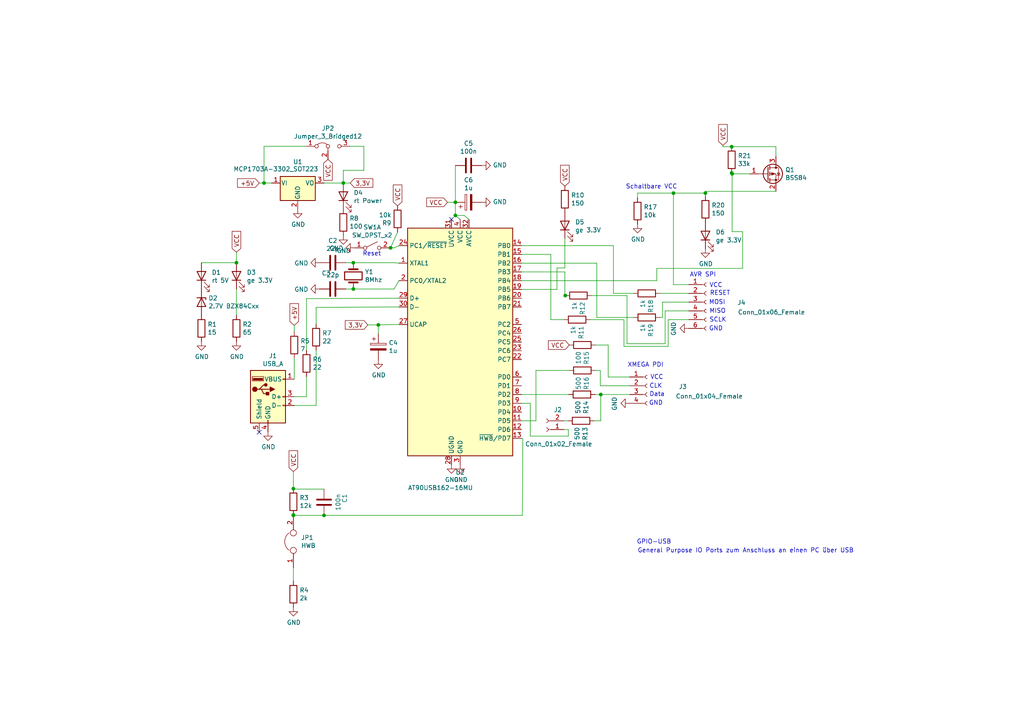
<source format=kicad_sch>
(kicad_sch (version 20211123) (generator eeschema)
  (paper "A4")
  (title_block (title "gpio-usb") (date "2019-06-21") (rev "1") (company "Thomas Maier <balagi@justmail.de> (c) 2013-2015") (comment 1 "Jan 2015 Umbau für 3.3 V und PDI für XMEGA") (comment 2 "Nov 2013 Erste Version mit SPI"))
  (lib_symbols
    (symbol "Connector:Conn_01x02_Female" (pin_names (offset 1.016) hide)
      (property "Reference" "J" (at 0 2.54 0))
      (property "Value" "Conn_01x02_Female" (at 0 -5.08 0))
      (symbol "Conn_01x02_Female_1_1"
        (arc (start 0 -2.032) (mid -0.508 -2.54) (end 0 -3.048) (stroke (width 0.1524)))
        (polyline (pts (xy -1.27 -2.54) (xy -0.508 -2.54)) (stroke (width 0.1524)))
        (polyline (pts (xy -1.27 0) (xy -0.508 0)) (stroke (width 0.1524)))
        (arc (start 0 0.508) (mid -0.508 0) (end 0 -0.508) (stroke (width 0.1524)))
        (pin passive line (at -5.08 0 0) (length 3.81) (name "Pin_1") (number "1"))
        (pin passive line (at -5.08 -2.54 0) (length 3.81) (name "Pin_2") (number "2"))
      )
    )
    (symbol "Connector:Conn_01x04_Female" (pin_names (offset 1.016) hide)
      (property "Reference" "J" (at 0 5.08 0))
      (property "Value" "Conn_01x04_Female" (at 0 -7.62 0))
      (symbol "Conn_01x04_Female_1_1"
        (arc (start 0 -4.572) (mid -0.508 -5.08) (end 0 -5.588) (stroke (width 0.1524)))
        (arc (start 0 -2.032) (mid -0.508 -2.54) (end 0 -3.048) (stroke (width 0.1524)))
        (polyline (pts (xy -1.27 -5.08) (xy -0.508 -5.08)) (stroke (width 0.1524)))
        (polyline (pts (xy -1.27 -2.54) (xy -0.508 -2.54)) (stroke (width 0.1524)))
        (polyline (pts (xy -1.27 0) (xy -0.508 0)) (stroke (width 0.1524)))
        (polyline (pts (xy -1.27 2.54) (xy -0.508 2.54)) (stroke (width 0.1524)))
        (arc (start 0 0.508) (mid -0.508 0) (end 0 -0.508) (stroke (width 0.1524)))
        (arc (start 0 3.048) (mid -0.508 2.54) (end 0 2.032) (stroke (width 0.1524)))
        (pin passive line (at -5.08 2.54 0) (length 3.81) (name "Pin_1") (number "1"))
        (pin passive line (at -5.08 0 0) (length 3.81) (name "Pin_2") (number "2"))
        (pin passive line (at -5.08 -2.54 0) (length 3.81) (name "Pin_3") (number "3"))
        (pin passive line (at -5.08 -5.08 0) (length 3.81) (name "Pin_4") (number "4"))
      )
    )
    (symbol "Connector:Conn_01x06_Female" (pin_names (offset 1.016) hide)
      (property "Reference" "J" (at 0 7.62 0))
      (property "Value" "Conn_01x06_Female" (at 0 -10.16 0))
      (symbol "Conn_01x06_Female_1_1"
        (arc (start 0 -7.112) (mid -0.508 -7.62) (end 0 -8.128) (stroke (width 0.1524)))
        (arc (start 0 -4.572) (mid -0.508 -5.08) (end 0 -5.588) (stroke (width 0.1524)))
        (arc (start 0 -2.032) (mid -0.508 -2.54) (end 0 -3.048) (stroke (width 0.1524)))
        (polyline (pts (xy -1.27 -7.62) (xy -0.508 -7.62)) (stroke (width 0.1524)))
        (polyline (pts (xy -1.27 -5.08) (xy -0.508 -5.08)) (stroke (width 0.1524)))
        (polyline (pts (xy -1.27 -2.54) (xy -0.508 -2.54)) (stroke (width 0.1524)))
        (polyline (pts (xy -1.27 0) (xy -0.508 0)) (stroke (width 0.1524)))
        (polyline (pts (xy -1.27 2.54) (xy -0.508 2.54)) (stroke (width 0.1524)))
        (polyline (pts (xy -1.27 5.08) (xy -0.508 5.08)) (stroke (width 0.1524)))
        (arc (start 0 0.508) (mid -0.508 0) (end 0 -0.508) (stroke (width 0.1524)))
        (arc (start 0 3.048) (mid -0.508 2.54) (end 0 2.032) (stroke (width 0.1524)))
        (arc (start 0 5.588) (mid -0.508 5.08) (end 0 4.572) (stroke (width 0.1524)))
        (pin passive line (at -5.08 5.08 0) (length 3.81) (name "Pin_1") (number "1"))
        (pin passive line (at -5.08 2.54 0) (length 3.81) (name "Pin_2") (number "2"))
        (pin passive line (at -5.08 0 0) (length 3.81) (name "Pin_3") (number "3"))
        (pin passive line (at -5.08 -2.54 0) (length 3.81) (name "Pin_4") (number "4"))
        (pin passive line (at -5.08 -5.08 0) (length 3.81) (name "Pin_5") (number "5"))
        (pin passive line (at -5.08 -7.62 0) (length 3.81) (name "Pin_6") (number "6"))
      )
    )
    (symbol "Connector:USB_A" (pin_names (offset 1.016))
      (property "Reference" "J" (at -5.08 11.43 0))
      (property "Value" "USB_A" (at -5.08 8.89 0))
      (symbol "USB_A_0_1"
        (rectangle (start -5.08 -7.62) (end 5.08 7.62) (stroke (width 0.254)) (fill (type background)))
        (circle (center -3.81 2.159) (radius 0.635) (stroke (width 0.254)) (fill (type outline)))
        (rectangle (start -1.524 4.826) (end -4.318 5.334) (fill (type outline)))
        (rectangle (start -1.27 4.572) (end -4.572 5.842))
        (circle (center -0.635 3.429) (radius 0.381) (stroke (width 0.254)) (fill (type outline)))
        (rectangle (start -0.127 -7.62) (end 0.127 -6.858))
        (polyline (pts (xy -3.175 2.159) (xy -2.54 2.159) (xy -1.27 3.429) (xy -0.635 3.429)) (stroke (width 0.254)))
        (polyline (pts (xy -2.54 2.159) (xy -1.905 2.159) (xy -1.27 0.889) (xy 0 0.889)) (stroke (width 0.254)))
        (polyline (pts (xy 0.635 2.794) (xy 0.635 1.524) (xy 1.905 2.159) (xy 0.635 2.794)) (stroke (width 0.254)) (fill (type outline)))
        (rectangle (start 0.254 1.27) (end -0.508 0.508) (stroke (width 0.254)) (fill (type outline)))
        (rectangle (start 5.08 -2.667) (end 4.318 -2.413))
        (rectangle (start 5.08 -0.127) (end 4.318 0.127))
        (rectangle (start 5.08 4.953) (end 4.318 5.207))
      )
      (symbol "USB_A_1_1"
        (polyline (pts (xy -1.905 2.159) (xy 0.635 2.159)) (stroke (width 0.254)))
        (pin power_in line (at 7.62 5.08 180) (length 2.54) (name "VBUS") (number "1"))
        (pin bidirectional line (at 7.62 -2.54 180) (length 2.54) (name "D-") (number "2"))
        (pin bidirectional line (at 7.62 0 180) (length 2.54) (name "D+") (number "3"))
        (pin power_in line (at 0 -10.16 90) (length 2.54) (name "GND") (number "4"))
        (pin passive line (at -2.54 -10.16 90) (length 2.54) (name "Shield") (number "5"))
      )
    )
    (symbol "Device:C" (pin_numbers hide) (pin_names (offset 0.254))
      (property "Reference" "C" (at 0.635 2.54 0))
      (property "Value" "C" (at 0.635 -2.54 0))
      (symbol "C_0_1"
        (polyline (pts (xy -2.032 -0.762) (xy 2.032 -0.762)) (stroke (width 0.508)))
        (polyline (pts (xy -2.032 0.762) (xy 2.032 0.762)) (stroke (width 0.508)))
      )
      (symbol "C_1_1"
        (pin passive line (at 0 3.81 270) (length 2.794) (name "~") (number "1"))
        (pin passive line (at 0 -3.81 90) (length 2.794) (name "~") (number "2"))
      )
    )
    (symbol "Device:CP" (pin_numbers hide) (pin_names (offset 0.254))
      (property "Reference" "C" (at 0.635 2.54 0))
      (property "Value" "Device_CP" (at 0.635 -2.54 0))
      (symbol "CP_0_1"
        (rectangle (start -2.286 0.508) (end 2.286 1.016))
        (polyline (pts (xy -1.778 2.286) (xy -0.762 2.286)))
        (polyline (pts (xy -1.27 2.794) (xy -1.27 1.778)))
        (rectangle (start 2.286 -0.508) (end -2.286 -1.016) (fill (type outline)))
      )
      (symbol "CP_1_1"
        (pin passive line (at 0 3.81 270) (length 2.794) (name "~") (number "1"))
        (pin passive line (at 0 -3.81 90) (length 2.794) (name "~") (number "2"))
      )
    )
    (symbol "Device:Crystal" (pin_numbers hide) (pin_names (offset 1.016) hide)
      (property "Reference" "Y" (at 0 3.81 0))
      (property "Value" "Crystal" (at 0 -3.81 0))
      (symbol "Crystal_0_1"
        (rectangle (start -1.143 2.54) (end 1.143 -2.54) (stroke (width 0.3048)))
        (polyline (pts (xy -2.54 0) (xy -1.905 0)))
        (polyline (pts (xy -1.905 -1.27) (xy -1.905 1.27)) (stroke (width 0.508)))
        (polyline (pts (xy 1.905 -1.27) (xy 1.905 1.27)) (stroke (width 0.508)))
        (polyline (pts (xy 2.54 0) (xy 1.905 0)))
      )
      (symbol "Crystal_1_1"
        (pin passive line (at -3.81 0 0) (length 1.27) (name "1") (number "1"))
        (pin passive line (at 3.81 0 180) (length 1.27) (name "2") (number "2"))
      )
    )
    (symbol "Device:Jumper" (pin_names (offset 0.762) hide)
      (property "Reference" "JP" (at 0 3.81 0))
      (property "Value" "Device_Jumper" (at 0 -2.032 0))
      (symbol "Jumper_0_1"
        (circle (center -2.54 0) (radius 0.889))
        (arc (start 2.5146 1.27) (mid 0.0078 2.5097) (end -2.4892 1.27))
        (circle (center 2.54 0) (radius 0.889))
        (pin passive line (at -7.62 0 0) (length 4.191) (name "1") (number "1"))
        (pin passive line (at 7.62 0 180) (length 4.191) (name "2") (number "2"))
      )
    )
    (symbol "Device:LED" (pin_numbers hide) (pin_names (offset 1.016) hide)
      (property "Reference" "D" (at 0 2.54 0))
      (property "Value" "LED" (at 0 -2.54 0))
      (symbol "LED_0_1"
        (polyline (pts (xy -1.27 -1.27) (xy -1.27 1.27)) (stroke (width 0.254)))
        (polyline (pts (xy -1.27 0) (xy 1.27 0)))
        (polyline (pts (xy 1.27 -1.27) (xy 1.27 1.27) (xy -1.27 0) (xy 1.27 -1.27)) (stroke (width 0.254)))
        (polyline (pts (xy -3.048 -0.762) (xy -4.572 -2.286) (xy -3.81 -2.286) (xy -4.572 -2.286) (xy -4.572 -1.524)))
        (polyline (pts (xy -1.778 -0.762) (xy -3.302 -2.286) (xy -2.54 -2.286) (xy -3.302 -2.286) (xy -3.302 -1.524)))
      )
      (symbol "LED_1_1"
        (pin passive line (at -3.81 0 0) (length 2.54) (name "K") (number "1"))
        (pin passive line (at 3.81 0 180) (length 2.54) (name "A") (number "2"))
      )
    )
    (symbol "Device:R" (pin_numbers hide) (pin_names (offset 0))
      (property "Reference" "R" (at 2.032 0 90))
      (property "Value" "R" (at 0 0 90))
      (symbol "R_0_1"
        (rectangle (start -1.016 -2.54) (end 1.016 2.54) (stroke (width 0.254)))
      )
      (symbol "R_1_1"
        (pin passive line (at 0 3.81 270) (length 1.27) (name "~") (number "1"))
        (pin passive line (at 0 -3.81 90) (length 1.27) (name "~") (number "2"))
      )
    )
    (symbol "Diode:BZX84Cxx" (pin_numbers hide) (pin_names hide)
      (property "Reference" "D" (at 0 3.81 0))
      (property "Value" "BZX84Cxx" (at 0 -3.81 0))
      (symbol "BZX84Cxx_0_1"
        (polyline (pts (xy 1.27 0) (xy -1.27 0)))
        (polyline (pts (xy -1.27 -1.27) (xy -1.27 1.27) (xy -0.762 1.27)) (stroke (width 0.254)))
        (polyline (pts (xy 1.27 -1.27) (xy 1.27 1.27) (xy -1.27 0) (xy 1.27 -1.27)) (stroke (width 0.254)))
      )
      (symbol "BZX84Cxx_1_1"
        (pin passive line (at 3.81 0 180) (length 2.54) (name "A") (number "1"))
        (pin no_connect line (at 1.27 0 180) (length 2.54) hide (name "NC") (number "2"))
        (pin passive line (at -3.81 0 0) (length 2.54) (name "K") (number "3"))
      )
    )
    (symbol "Jumper:Jumper_3_Bridged12" (pin_names (offset 0) hide)
      (property "Reference" "JP" (at -2.54 -2.54 0))
      (property "Value" "Jumper_3_Bridged12" (at 0 2.794 0))
      (symbol "Jumper_3_Bridged12_0_0"
        (circle (center -3.302 0) (radius 0.508))
        (circle (center 0 0) (radius 0.508))
        (circle (center 3.302 0) (radius 0.508))
      )
      (symbol "Jumper_3_Bridged12_0_1"
        (arc (start -0.254 0.508) (mid -1.651 0.9912) (end -3.048 0.508))
        (polyline (pts (xy 0 -1.27) (xy 0 -0.508)))
      )
      (symbol "Jumper_3_Bridged12_1_1"
        (pin passive line (at -6.35 0 0) (length 2.54) (name "A") (number "1"))
        (pin passive line (at 0 -3.81 90) (length 2.54) (name "C") (number "2"))
        (pin passive line (at 6.35 0 180) (length 2.54) (name "B") (number "3"))
      )
    )
    (symbol "MCU_Microchip_AVR:AT90USB162-16MU"
      (property "Reference" "U" (at -15.24 34.29 0))
      (property "Value" "MCU_Microchip_AVR_AT90USB162-16MU" (at 2.54 -34.29 0))
      (symbol "AT90USB162-16MU_0_1"
        (rectangle (start -15.24 -33.02) (end 15.24 33.02) (stroke (width 0.254)) (fill (type background)))
      )
      (symbol "AT90USB162-16MU_1_1"
        (pin input line (at -17.78 22.86 0) (length 2.54) (name "XTAL1") (number "1"))
        (pin bidirectional line (at 17.78 -20.32 180) (length 2.54) (name "PD4") (number "10"))
        (pin bidirectional line (at 17.78 -22.86 180) (length 2.54) (name "PD5") (number "11"))
        (pin bidirectional line (at 17.78 -25.4 180) (length 2.54) (name "PD6") (number "12"))
        (pin bidirectional line (at 17.78 -27.94 180) (length 2.54) (name "~{HWB}/PD7") (number "13"))
        (pin bidirectional line (at 17.78 27.94 180) (length 2.54) (name "PB0") (number "14"))
        (pin bidirectional line (at 17.78 25.4 180) (length 2.54) (name "PB1") (number "15"))
        (pin bidirectional line (at 17.78 22.86 180) (length 2.54) (name "PB2") (number "16"))
        (pin bidirectional line (at 17.78 20.32 180) (length 2.54) (name "PB3") (number "17"))
        (pin bidirectional line (at 17.78 17.78 180) (length 2.54) (name "PB4") (number "18"))
        (pin bidirectional line (at 17.78 15.24 180) (length 2.54) (name "PB5") (number "19"))
        (pin bidirectional line (at -17.78 17.78 0) (length 2.54) (name "PC0/XTAL2") (number "2"))
        (pin bidirectional line (at 17.78 12.7 180) (length 2.54) (name "PB6") (number "20"))
        (pin bidirectional line (at 17.78 10.16 180) (length 2.54) (name "PB7") (number "21"))
        (pin bidirectional line (at 17.78 -5.08 180) (length 2.54) (name "PC7") (number "22"))
        (pin bidirectional line (at 17.78 -2.54 180) (length 2.54) (name "PC6") (number "23"))
        (pin bidirectional line (at -17.78 27.94 0) (length 2.54) (name "PC1/~{RESET}") (number "24"))
        (pin bidirectional line (at 17.78 0 180) (length 2.54) (name "PC5") (number "25"))
        (pin bidirectional line (at 17.78 2.54 180) (length 2.54) (name "PC4") (number "26"))
        (pin passive line (at -17.78 5.08 0) (length 2.54) (name "UCAP") (number "27"))
        (pin power_in line (at -2.54 -35.56 90) (length 2.54) (name "UGND") (number "28"))
        (pin bidirectional line (at -17.78 12.7 0) (length 2.54) (name "D+") (number "29"))
        (pin power_in line (at 0 -35.56 90) (length 2.54) (name "GND") (number "3"))
        (pin bidirectional line (at -17.78 10.16 0) (length 2.54) (name "D-") (number "30"))
        (pin power_in line (at -2.54 35.56 270) (length 2.54) (name "UVCC") (number "31"))
        (pin power_in line (at 2.54 35.56 270) (length 2.54) (name "AVCC") (number "32"))
        (pin passive line (at 0 -35.56 90) (length 2.54) hide (name "GND") (number "33"))
        (pin power_in line (at 0 35.56 270) (length 2.54) (name "VCC") (number "4"))
        (pin bidirectional line (at 17.78 5.08 180) (length 2.54) (name "PC2") (number "5"))
        (pin bidirectional line (at 17.78 -10.16 180) (length 2.54) (name "PD0") (number "6"))
        (pin bidirectional line (at 17.78 -12.7 180) (length 2.54) (name "PD1") (number "7"))
        (pin bidirectional line (at 17.78 -15.24 180) (length 2.54) (name "PD2") (number "8"))
        (pin bidirectional line (at 17.78 -17.78 180) (length 2.54) (name "PD3") (number "9"))
      )
    )
    (symbol "Regulator_Linear:MCP1703A-3302_SOT223" (pin_names (offset 0.254))
      (property "Reference" "U" (at -3.81 3.175 0))
      (property "Value" "MCP1703A-3302_SOT223" (at 0 3.175 0))
      (symbol "MCP1703A-3302_SOT223_0_1"
        (rectangle (start -5.08 -5.08) (end 5.08 1.905) (stroke (width 0.254)) (fill (type background)))
      )
      (symbol "MCP1703A-3302_SOT223_1_1"
        (pin power_in line (at -7.62 0 0) (length 2.54) (name "VI") (number "1"))
        (pin power_in line (at 0 -7.62 90) (length 2.54) (name "GND") (number "2"))
        (pin power_out line (at 7.62 0 180) (length 2.54) (name "VO") (number "3"))
      )
    )
    (symbol "Transistor_FET:BSS84" (pin_names hide)
      (property "Reference" "Q" (at 5.08 1.905 0))
      (property "Value" "BSS84" (at 5.08 0 0))
      (symbol "BSS84_0_1"
        (polyline (pts (xy 0.254 0) (xy -2.54 0)))
        (polyline (pts (xy 0.254 1.905) (xy 0.254 -1.905)) (stroke (width 0.254)))
        (polyline (pts (xy 0.762 -1.27) (xy 0.762 -2.286)) (stroke (width 0.254)))
        (polyline (pts (xy 0.762 0.508) (xy 0.762 -0.508)) (stroke (width 0.254)))
        (polyline (pts (xy 0.762 2.286) (xy 0.762 1.27)) (stroke (width 0.254)))
        (polyline (pts (xy 2.54 2.54) (xy 2.54 1.778)))
        (polyline (pts (xy 2.54 -2.54) (xy 2.54 0) (xy 0.762 0)))
        (polyline (pts (xy 0.762 1.778) (xy 3.302 1.778) (xy 3.302 -1.778) (xy 0.762 -1.778)))
        (polyline (pts (xy 2.286 0) (xy 1.27 0.381) (xy 1.27 -0.381) (xy 2.286 0)) (fill (type outline)))
        (polyline (pts (xy 2.794 -0.508) (xy 2.921 -0.381) (xy 3.683 -0.381) (xy 3.81 -0.254)))
        (polyline (pts (xy 3.302 -0.381) (xy 2.921 0.254) (xy 3.683 0.254) (xy 3.302 -0.381)))
        (circle (center 1.651 0) (radius 2.794) (stroke (width 0.254)))
        (circle (center 2.54 -1.778) (radius 0.254) (fill (type outline)))
        (circle (center 2.54 1.778) (radius 0.254) (fill (type outline)))
      )
      (symbol "BSS84_1_1"
        (pin input line (at -5.08 0 0) (length 2.54) (name "G") (number "1"))
        (pin passive line (at 2.54 -5.08 90) (length 2.54) (name "S") (number "2"))
        (pin passive line (at 2.54 5.08 270) (length 2.54) (name "D") (number "3"))
      )
    )
    (symbol "gpio-usb-rescue:SW_DPST_x2-Switch" (pin_names (offset 0) hide)
      (property "Reference" "SW" (at 0 3.175 0))
      (property "Value" "SW_DPST_x2-Switch" (at 0 -2.54 0))
      (symbol "SW_DPST_x2-Switch_0_0"
        (circle (center -2.032 0) (radius 0.508))
        (polyline (pts (xy -1.524 0.254) (xy 1.524 1.778)))
        (circle (center 2.032 0) (radius 0.508))
      )
      (symbol "SW_DPST_x2-Switch_1_1"
        (pin passive line (at -5.08 0 0) (length 2.54) (name "A") (number "1"))
        (pin passive line (at 5.08 0 180) (length 2.54) (name "B") (number "2"))
      )
      (symbol "SW_DPST_x2-Switch_2_1"
        (pin input line (at -5.08 0 0) (length 2.54) (name "A") (number "3"))
        (pin input line (at 5.08 0 180) (length 2.54) (name "B") (number "4"))
      )
    )
    (symbol "power:GND" (power) (pin_names (offset 0))
      (property "Value" "GND" (at 0 -3.81 0))
      (symbol "GND_0_1"
        (polyline (pts (xy 0 0) (xy 0 -1.27) (xy 1.27 -1.27) (xy 0 -2.54) (xy -1.27 -1.27) (xy 0 -1.27)))
      )
      (symbol "GND_1_1"
        (pin power_in line (at 0 0 270) (length 0) hide (name "GND") (number "1"))
      )
    )
  )
  (junction (at 85.09 149.479))
  (junction (at 204.597 56.007))
  (junction (at 85.09 141.732))
  (junction (at 132.08 58.674))
  (junction (at 212.217 42.545))
  (junction (at 163.957 85.725))
  (junction (at 68.58 76.2))
  (junction (at 113.284 71.882))
  (junction (at 132.08 62.484))
  (junction (at 102.489 83.82))
  (junction (at 102.489 76.2))
  (junction (at 76.581 53.086))
  (junction (at 212.217 50.165))
  (junction (at 195.326 56.007))
  (junction (at 212.344 50.419))
  (junction (at 174.244 114.427))
  (junction (at 99.568 53.086))
  (junction (at 85.09 149.352))
  (junction (at 109.728 94.234))
  (junction (at 93.98 149.479))
  (no_connect (at 75.184 125.349))
  (no_connect (at 130.937 63.627))
  (wire (pts (xy 99.568 49.403) (xy 105.537 49.403)))
  (wire (pts (xy 192.151 92.075) (xy 192.151 87.63)))
  (wire (pts (xy 99.568 53.086) (xy 93.98 53.086)))
  (wire (pts (xy 173.101 76.327) (xy 151.257 76.327)))
  (wire (pts (xy 105.537 42.418) (xy 101.473 42.418)))
  (wire (pts (xy 182.626 109.347) (xy 176.403 109.347)))
  (wire (pts (xy 68.58 76.2) (xy 68.58 73.152)))
  (wire (pts (xy 176.403 109.347) (xy 176.403 100.076)))
  (wire (pts (xy 93.98 149.479) (xy 85.09 149.479)))
  (wire (pts (xy 181.864 99.695) (xy 192.913 99.695)))
  (wire (pts (xy 88.9 86.614) (xy 88.9 101.6)))
  (wire (pts (xy 174.117 111.887) (xy 174.117 107.442)))
  (wire (pts (xy 91.694 117.602) (xy 91.694 101.6)))
  (wire (pts (xy 85.09 141.859) (xy 85.09 141.732)))
  (wire (pts (xy 151.638 127.254) (xy 151.257 127.127)))
  (wire (pts (xy 114.3 76.2) (xy 115.697 76.327)))
  (wire (pts (xy 75.184 53.086) (xy 76.581 53.086)))
  (wire (pts (xy 180.975 100.457) (xy 193.802 100.457)))
  (wire (pts (xy 134.62 62.484) (xy 132.08 62.484)))
  (wire (pts (xy 115.697 81.407) (xy 114.3 83.82)))
  (wire (pts (xy 114.3 71.882) (xy 115.697 71.247)))
  (wire (pts (xy 215.392 77.851) (xy 190.5 77.851)))
  (wire (pts (xy 155.448 107.442) (xy 155.448 122.047)))
  (wire (pts (xy 204.597 56.007) (xy 204.597 55.499)))
  (wire (pts (xy 177.927 71.247) (xy 177.927 85.09)))
  (wire (pts (xy 212.344 50.165) (xy 212.217 50.165)))
  (wire (pts (xy 161.544 83.947) (xy 151.257 83.947)))
  (wire (pts (xy 212.344 50.165) (xy 212.344 50.419)))
  (wire (pts (xy 171.196 92.71) (xy 180.975 92.71)))
  (wire (pts (xy 163.83 69.215) (xy 163.83 77.724)))
  (wire (pts (xy 193.802 100.457) (xy 193.802 92.71)))
  (wire (pts (xy 113.03 71.882) (xy 113.284 71.882)))
  (wire (pts (xy 165.1 107.442) (xy 155.448 107.442)))
  (wire (pts (xy 212.344 50.419) (xy 212.344 67.183)))
  (wire (pts (xy 225.044 45.339) (xy 225.044 42.545)))
  (wire (pts (xy 85.09 168.529) (xy 85.09 164.719)))
  (wire (pts (xy 191.389 92.075) (xy 192.151 92.075)))
  (wire (pts (xy 85.344 96.266) (xy 85.344 94.361)))
  (wire (pts (xy 115.697 86.487) (xy 88.9 86.614)))
  (wire (pts (xy 102.489 76.2) (xy 114.3 76.2)))
  (wire (pts (xy 109.728 94.234) (xy 106.68 94.234)))
  (wire (pts (xy 105.537 42.418) (xy 105.537 49.403)))
  (wire (pts (xy 100.33 76.2) (xy 102.489 76.2)))
  (wire (pts (xy 115.697 94.107) (xy 109.728 94.234)))
  (wire (pts (xy 215.392 67.183) (xy 215.392 77.851)))
  (wire (pts (xy 209.677 42.545) (xy 209.677 42.164)))
  (wire (pts (xy 68.58 83.82) (xy 68.58 91.44)))
  (wire (pts (xy 195.326 82.55) (xy 195.326 56.007)))
  (wire (pts (xy 180.975 92.71) (xy 180.975 100.457)))
  (wire (pts (xy 159.766 92.71) (xy 159.766 73.787)))
  (wire (pts (xy 100.33 83.82) (xy 102.489 83.82)))
  (wire (pts (xy 153.797 116.967) (xy 151.257 116.967)))
  (wire (pts (xy 183.769 92.075) (xy 173.101 92.075)))
  (wire (pts (xy 76.581 53.086) (xy 78.74 53.086)))
  (wire (pts (xy 174.244 122.047) (xy 174.244 114.427)))
  (wire (pts (xy 195.326 56.007) (xy 204.597 56.007)))
  (wire (pts (xy 192.913 99.695) (xy 192.913 90.17)))
  (wire (pts (xy 204.597 56.896) (xy 204.597 56.007)))
  (wire (pts (xy 212.217 42.545) (xy 209.677 42.545)))
  (wire (pts (xy 217.424 50.419) (xy 212.344 50.419)))
  (wire (pts (xy 199.771 82.55) (xy 195.326 82.55)))
  (wire (pts (xy 159.766 73.787) (xy 151.257 73.787)))
  (wire (pts (xy 192.913 90.17) (xy 199.771 90.17)))
  (wire (pts (xy 58.42 76.2) (xy 68.58 76.2)))
  (wire (pts (xy 85.09 149.479) (xy 85.09 149.352)))
  (wire (pts (xy 101.6 53.086) (xy 99.568 53.086)))
  (wire (pts (xy 132.08 58.674) (xy 132.08 62.484)))
  (wire (pts (xy 164.973 114.427) (xy 151.257 114.427)))
  (wire (pts (xy 163.576 124.587) (xy 164.846 124.587)))
  (wire (pts (xy 93.98 149.479) (xy 151.511 149.479)))
  (wire (pts (xy 184.912 57.404) (xy 184.912 56.007)))
  (wire (pts (xy 85.344 117.602) (xy 91.694 117.602)))
  (wire (pts (xy 181.864 85.725) (xy 181.864 99.695)))
  (wire (pts (xy 99.568 53.086) (xy 99.568 49.403)))
  (wire (pts (xy 212.344 67.183) (xy 215.392 67.183)))
  (wire (pts (xy 163.576 92.71) (xy 159.766 92.71)))
  (wire (pts (xy 88.773 42.418) (xy 76.581 42.418)))
  (wire (pts (xy 173.101 92.075) (xy 173.101 76.327)))
  (wire (pts (xy 171.577 85.725) (xy 181.864 85.725)))
  (wire (pts (xy 163.83 78.867) (xy 151.257 78.867)))
  (wire (pts (xy 164.846 124.587) (xy 164.846 126.492)))
  (wire (pts (xy 115.316 67.31) (xy 113.284 71.882)))
  (wire (pts (xy 153.797 126.492) (xy 153.797 116.967)))
  (wire (pts (xy 182.626 111.887) (xy 174.117 111.887)))
  (wire (pts (xy 136.017 63.627) (xy 134.62 62.484)))
  (wire (pts (xy 132.08 48.006) (xy 132.08 58.674)))
  (wire (pts (xy 190.5 81.407) (xy 151.257 81.407)))
  (wire (pts (xy 155.448 122.047) (xy 151.257 122.047)))
  (wire (pts (xy 191.389 85.09) (xy 199.771 85.09)))
  (wire (pts (xy 109.728 94.234) (xy 109.728 96.774)))
  (wire (pts (xy 172.593 114.427) (xy 174.244 114.427)))
  (wire (pts (xy 174.244 114.427) (xy 182.626 114.427)))
  (wire (pts (xy 192.151 87.63) (xy 199.771 87.63)))
  (wire (pts (xy 114.3 83.82) (xy 102.489 83.82)))
  (wire (pts (xy 76.581 42.418) (xy 76.581 53.086)))
  (wire (pts (xy 161.544 77.724) (xy 161.544 83.947)))
  (wire (pts (xy 176.403 100.076) (xy 172.72 100.076)))
  (wire (pts (xy 225.044 42.545) (xy 212.217 42.545)))
  (wire (pts (xy 151.511 149.479) (xy 151.638 127.254)))
  (wire (pts (xy 88.9 115.062) (xy 88.9 109.22)))
  (wire (pts (xy 93.98 141.859) (xy 85.09 141.859)))
  (wire (pts (xy 177.927 71.247) (xy 151.257 71.247)))
  (wire (pts (xy 132.08 62.484) (xy 133.477 63.627)))
  (wire (pts (xy 174.117 107.442) (xy 172.72 107.442)))
  (wire (pts (xy 163.83 77.724) (xy 161.544 77.724)))
  (wire (pts (xy 183.769 85.09) (xy 177.927 85.09)))
  (wire (pts (xy 164.719 122.047) (xy 163.576 122.047)))
  (wire (pts (xy 85.344 109.982) (xy 85.344 103.886)))
  (wire (pts (xy 164.846 126.492) (xy 153.797 126.492)))
  (wire (pts (xy 129.794 58.674) (xy 132.08 58.674)))
  (wire (pts (xy 172.339 122.047) (xy 174.244 122.047)))
  (wire (pts (xy 163.83 85.725) (xy 163.83 78.867)))
  (wire (pts (xy 184.912 56.007) (xy 195.326 56.007)))
  (wire (pts (xy 85.09 141.732) (xy 85.09 136.779)))
  (wire (pts (xy 91.694 93.98) (xy 91.694 89.154)))
  (wire (pts (xy 91.694 89.154) (xy 115.697 89.027)))
  (wire (pts (xy 163.957 85.725) (xy 163.83 85.725)))
  (wire (pts (xy 190.5 77.851) (xy 190.5 81.407)))
  (wire (pts (xy 204.597 55.499) (xy 225.044 55.499)))
  (wire (pts (xy 85.344 115.062) (xy 88.9 115.062)))
  (wire (pts (xy 193.802 92.71) (xy 199.771 92.71)))
  (wire (pts (xy 113.284 71.882) (xy 114.3 71.882)))
  (text "RESET\n" (at 205.867 85.852 0) (effects (font (size 1.27 1.27)) (justify left bottom)))
  (text "MISO" (at 205.74 91.059 0) (effects (font (size 1.27 1.27)) (justify left bottom)))
  (text "MOSI" (at 205.613 88.519 0) (effects (font (size 1.27 1.27)) (justify left bottom)))
  (text "General Purpose IO Ports zum Anschluss an einen PC über USB " (at 184.912 160.528 0) (effects (font (size 1.27 1.27)) (justify left bottom)))
  (text "GND" (at 205.613 96.139 0) (effects (font (size 1.27 1.27)) (justify left bottom)))
  (text "CLK" (at 188.341 112.776 0) (effects (font (size 1.27 1.27)) (justify left bottom)))
  (text "Reset" (at 105.156 74.422 0) (effects (font (size 1.27 1.27)) (justify left bottom)))
  (text "VCC" (at 205.74 83.566 0) (effects (font (size 1.27 1.27)) (justify left bottom)))
  (text "GND" (at 188.214 117.729 0) (effects (font (size 1.27 1.27)) (justify left bottom)))
  (text "SCLK" (at 205.74 93.599 0) (effects (font (size 1.27 1.27)) (justify left bottom)))
  (text "AVR SPI" (at 200.025 80.518 0) (effects (font (size 1.27 1.27)) (justify left bottom)))
  (text "XMEGA PDI" (at 181.991 106.68 0) (effects (font (size 1.27 1.27)) (justify left bottom)))
  (text "Data" (at 188.341 115.189 0) (effects (font (size 1.27 1.27)) (justify left bottom)))
  (text "Schaltbare VCC" (at 181.483 54.991 0) (effects (font (size 1.27 1.27)) (justify left bottom)))
  (text "GPIO-USB" (at 184.658 157.988 0) (effects (font (size 1.27 1.27)) (justify left bottom)))
  (text "VCC" (at 188.595 110.236 0) (effects (font (size 1.27 1.27)) (justify left bottom)))
  (global_label "+5V" (shape input) (at 75.184 53.086 180) (property "Referenzen zwischen Schaltplänen" "${INTERSHEET_REFS}" (effects hide)))
  (global_label "3,3V" (shape input) (at 106.68 94.234 180) (property "Referenzen zwischen Schaltplänen" "${INTERSHEET_REFS}" (effects hide)))
  (global_label "VCC" (shape input) (at 163.83 53.975 90) (property "Referenzen zwischen Schaltplänen" "${INTERSHEET_REFS}" (effects hide)))
  (global_label "VCC" (shape input) (at 115.316 59.69 90) (property "Referenzen zwischen Schaltplänen" "${INTERSHEET_REFS}" (effects hide)))
  (global_label "VCC" (shape input) (at 165.1 100.076 180) (property "Referenzen zwischen Schaltplänen" "${INTERSHEET_REFS}" (effects hide)))
  (global_label "+5V" (shape input) (at 85.344 94.361 90) (property "Referenzen zwischen Schaltplänen" "${INTERSHEET_REFS}" (effects hide)))
  (global_label "VCC" (shape input) (at 209.677 42.164 90) (property "Referenzen zwischen Schaltplänen" "${INTERSHEET_REFS}" (effects hide)))
  (global_label "VCC" (shape input) (at 68.58 73.152 90) (property "Referenzen zwischen Schaltplänen" "${INTERSHEET_REFS}" (effects hide)))
  (global_label "VCC" (shape input) (at 85.09 136.779 90) (property "Referenzen zwischen Schaltplänen" "${INTERSHEET_REFS}" (effects hide)))
  (global_label "3,3V" (shape input) (at 101.6 53.086 0) (property "Referenzen zwischen Schaltplänen" "${INTERSHEET_REFS}" (effects hide)))
  (global_label "VCC" (shape input) (at 95.123 46.228 270) (property "Referenzen zwischen Schaltplänen" "${INTERSHEET_REFS}" (effects hide)))
  (global_label "VCC" (shape input) (at 129.794 58.674 180) (property "Referenzen zwischen Schaltplänen" "${INTERSHEET_REFS}" (effects hide)))
  (symbol (lib_id "Device:R") (at 85.344 100.076 0) (unit 1)
    (property "Reference" "R5" (at 87.122 98.9076 0) (effects (justify left)))
    (property "Value" "7" (at 87.122 101.219 0) (effects (justify left)))
    (property "Footprint" "Resistor_SMD:R_1206_3216Metric" (effects hide))
  )
  (symbol (lib_id "Device:R") (at 163.83 57.785 0) (unit 1)
    (property "Reference" "R10" (at 165.608 56.6166 0) (effects (justify left)))
    (property "Value" "150" (at 165.608 58.928 0) (effects (justify left)))
    (property "Footprint" "Resistor_SMD:R_1206_3216Metric" (effects hide))
  )
  (symbol (lib_id "MCU_Microchip_AVR:AT90USB162-16MU") (at 133.477 99.187 0) (unit 1)
    (property "Reference" "U2" (at 133.477 137.0076 0))
    (property "Value" "AT90USB162-16MU" (at 127.762 141.478 0))
    (property "Footprint" "Package_DFN_QFN:QFN-32-1EP_5x5mm_P0.5mm_EP3.6x3.6mm" (effects hide))
    (property "Datasheet" "http://ww1.microchip.com/downloads/en/DeviceDoc/doc7707.pdf" (effects hide))
  )
  (symbol (lib_id "Device:Crystal") (at 102.489 80.01 270) (unit 1)
    (property "Reference" "Y1" (at 105.8164 78.8416 90) (effects (justify left)))
    (property "Value" "8Mhz" (at 105.8164 81.153 90) (effects (justify left)))
    (property "Footprint" "Crystal:Crystal_HC33-U_Vertical" (effects hide))
  )
  (symbol (lib_id "Device:R") (at 85.09 145.542 0) (unit 1)
    (property "Reference" "R3" (at 86.868 144.3736 0) (effects (justify left)))
    (property "Value" "12k" (at 86.868 146.685 0) (effects (justify left)))
    (property "Footprint" "Resistor_SMD:R_1206_3216Metric" (effects hide))
  )
  (symbol (lib_id "Device:C") (at 96.52 83.82 270) (unit 1)
    (property "Reference" "C3" (at 94.615 79.248 90))
    (property "Value" "22p" (at 96.52 79.7306 90))
    (property "Footprint" "Capacitor_SMD:C_1206_3216Metric_Pad1.42x1.75mm_HandSolder" (effects hide))
  )
  (symbol (lib_id "Device:C") (at 93.98 145.669 180) (unit 1)
    (property "Reference" "C1" (at 99.949 144.526 90))
    (property "Value" "100n" (at 98.0694 145.669 90))
    (property "Footprint" "Capacitor_SMD:C_1206_3216Metric_Pad1.42x1.75mm_HandSolder" (effects hide))
  )
  (symbol (lib_id "Device:C") (at 96.52 76.2 270) (unit 1)
    (property "Reference" "C2" (at 96.52 69.7992 90))
    (property "Value" "22p" (at 96.52 72.1106 90))
    (property "Footprint" "Capacitor_SMD:C_1206_3216Metric_Pad1.42x1.75mm_HandSolder" (effects hide))
  )
  (symbol (lib_id "power:GND") (at 92.71 76.2 270) (unit 1)
    (property "Reference" "#PWR0101" (effects hide))
    (property "Value" "GND" (at 89.4588 76.327 90) (effects (justify right)))
  )
  (symbol (lib_id "Device:LED") (at 58.42 80.01 90) (unit 1)
    (property "Reference" "D1" (at 61.3918 79.0194 90) (effects (justify right)))
    (property "Value" "rt 5V" (at 61.3918 81.3308 90) (effects (justify right)))
    (property "Footprint" "LED_SMD:LED_0805_2012Metric" (effects hide))
  )
  (symbol (lib_id "power:GND") (at 92.71 83.82 270) (unit 1)
    (property "Reference" "#PWR0102" (effects hide))
    (property "Value" "GND" (at 89.4588 83.947 90) (effects (justify right)))
  )
  (symbol (lib_id "Device:LED") (at 68.58 80.01 90) (unit 1)
    (property "Reference" "D3" (at 71.5518 79.0194 90) (effects (justify right)))
    (property "Value" "ge 3.3V" (at 71.5518 81.3308 90) (effects (justify right)))
    (property "Footprint" "LED_SMD:LED_0805_2012Metric" (effects hide))
  )
  (symbol (lib_id "Device:CP") (at 135.89 58.674 90) (unit 1)
    (property "Reference" "C6" (at 135.89 52.197 90))
    (property "Value" "1u" (at 135.89 54.5084 90))
    (property "Footprint" "gpio-usb:smd_cap_1206" (effects hide))
  )
  (symbol (lib_id "Device:R") (at 85.09 172.339 0) (unit 1)
    (property "Reference" "R4" (at 86.868 171.1706 0) (effects (justify left)))
    (property "Value" "2k" (at 86.868 173.482 0) (effects (justify left)))
    (property "Footprint" "Resistor_SMD:R_1206_3216Metric" (effects hide))
  )
  (symbol (lib_id "power:GND") (at 85.09 176.149 0) (unit 1)
    (property "Reference" "#PWR0113" (effects hide))
    (property "Value" "GND" (at 85.217 180.5432 0))
  )
  (symbol (lib_id "Device:C") (at 135.89 48.006 270) (unit 1)
    (property "Reference" "C5" (at 135.89 41.6052 90))
    (property "Value" "100n" (at 135.89 43.9166 90))
    (property "Footprint" "Capacitor_SMD:C_1206_3216Metric" (effects hide))
  )
  (symbol (lib_id "Device:R") (at 58.42 95.25 0) (unit 1)
    (property "Reference" "R1" (at 60.198 94.0816 0) (effects (justify left)))
    (property "Value" "15" (at 60.198 96.393 0) (effects (justify left)))
    (property "Footprint" "Resistor_SMD:R_1206_3216Metric" (effects hide))
  )
  (symbol (lib_id "power:GND") (at 133.477 134.747 0) (unit 1)
    (property "Reference" "#PWR0103" (effects hide))
    (property "Value" "GND" (at 133.604 139.1412 0))
  )
  (symbol (lib_id "Device:R") (at 68.58 95.25 0) (unit 1)
    (property "Reference" "R2" (at 70.358 94.0816 0) (effects (justify left)))
    (property "Value" "65" (at 70.358 96.393 0) (effects (justify left)))
    (property "Footprint" "Resistor_SMD:R_1206_3216Metric" (effects hide))
  )
  (symbol (lib_id "power:GND") (at 139.7 58.674 90) (unit 1)
    (property "Reference" "#PWR0104" (effects hide))
    (property "Value" "GND" (at 142.9512 58.547 90) (effects (justify right)))
  )
  (symbol (lib_id "power:GND") (at 58.42 99.06 0) (unit 1)
    (property "Reference" "#PWR0114" (effects hide))
    (property "Value" "GND" (at 58.547 103.4542 0))
  )
  (symbol (lib_id "power:GND") (at 68.58 99.06 0) (unit 1)
    (property "Reference" "#PWR0115" (effects hide))
    (property "Value" "GND" (at 68.707 103.4542 0))
  )
  (symbol (lib_id "Jumper:Jumper_3_Bridged12") (at 95.123 42.418 0) (unit 1)
    (property "Reference" "JP2" (at 95.123 37.2364 0))
    (property "Value" "Jumper_3_Bridged12" (at 95.123 39.5478 0))
    (property "Footprint" "gpio-usb:jumper_3_female" (effects hide))
  )
  (symbol (lib_id "power:GND") (at 139.7 48.006 90) (unit 1)
    (property "Reference" "#PWR0105" (effects hide))
    (property "Value" "GND" (at 142.9512 47.879 90) (effects (justify right)))
  )
  (symbol (lib_id "Regulator_Linear:MCP1703A-3302_SOT223") (at 86.36 53.086 0) (unit 1)
    (property "Reference" "U1" (at 86.36 46.9392 0))
    (property "Value" "MCP1703A-3302_SOT223" (at 80.01 49.022 0))
    (property "Footprint" "Package_TO_SOT_SMD:SOT-223-3_TabPin2" (effects hide))
    (property "Datasheet" "http://ww1.microchip.com/downloads/en/DeviceDoc/20005122B.pdf" (effects hide))
  )
  (symbol (lib_id "power:GND") (at 86.36 60.706 0) (unit 1)
    (property "Reference" "#PWR0106" (effects hide))
    (property "Value" "GND" (at 86.487 65.1002 0))
  )
  (symbol (lib_id "Device:LED") (at 99.568 56.896 90) (unit 1)
    (property "Reference" "D4" (at 102.5652 55.9054 90) (effects (justify right)))
    (property "Value" "rt Power" (at 102.5652 58.2168 90) (effects (justify right)))
    (property "Footprint" "LED_SMD:LED_0805_2012Metric" (effects hide))
  )
  (symbol (lib_id "Device:R") (at 99.568 64.516 0) (unit 1)
    (property "Reference" "R8" (at 101.346 63.3476 0) (effects (justify left)))
    (property "Value" "100" (at 101.346 65.659 0) (effects (justify left)))
    (property "Footprint" "Resistor_SMD:R_1206_3216Metric" (effects hide))
  )
  (symbol (lib_id "power:GND") (at 99.568 68.326 0) (unit 1)
    (property "Reference" "#PWR0107" (effects hide))
    (property "Value" "GND" (at 99.695 72.7202 0))
  )
  (symbol (lib_id "Device:CP") (at 109.728 100.584 0) (unit 1)
    (property "Reference" "C4" (at 112.7252 99.4156 0) (effects (justify left)))
    (property "Value" "1u" (at 112.7252 101.727 0) (effects (justify left)))
    (property "Footprint" "gpio-usb:smd_cap_1206" (effects hide))
  )
  (symbol (lib_id "Connector:Conn_01x04_Female") (at 187.706 111.887 0) (unit 1)
    (property "Reference" "J3" (at 196.85 112.141 0) (effects (justify left)))
    (property "Value" "Conn_01x04_Female" (at 195.961 114.935 0) (effects (justify left)))
    (property "Footprint" "Connector_PinHeader_2.54mm:PinHeader_1x04_P2.54mm_Vertical" (effects hide))
  )
  (symbol (lib_id "Device:R") (at 168.783 114.427 270) (unit 1)
    (property "Reference" "R14" (at 169.9514 116.205 0) (effects (justify left)))
    (property "Value" "500" (at 167.64 116.205 0) (effects (justify left)))
    (property "Footprint" "Resistor_SMD:R_1206_3216Metric" (effects hide))
  )
  (symbol (lib_id "power:GND") (at 109.728 104.394 0) (unit 1)
    (property "Reference" "#PWR0108" (effects hide))
    (property "Value" "GND" (at 109.855 108.7882 0))
  )
  (symbol (lib_id "power:GND") (at 130.937 134.747 0) (unit 1)
    (property "Reference" "#PWR0109" (effects hide))
    (property "Value" "GND" (at 131.064 139.1412 0))
  )
  (symbol (lib_id "gpio-usb-rescue:SW_DPST_x2-Switch") (at 107.95 71.882 0) (unit 1)
    (property "Reference" "SW1" (at 107.95 65.913 0))
    (property "Value" "SW_DPST_x2" (at 107.95 68.2244 0))
    (property "Footprint" "Connector_PinHeader_2.54mm:PinHeader_1x02_P2.54mm_Vertical" (effects hide))
  )
  (symbol (lib_id "Device:R") (at 115.316 63.5 180) (unit 1)
    (property "Reference" "R9" (at 113.538 64.6684 0) (effects (justify left)))
    (property "Value" "10k" (at 113.538 62.357 0) (effects (justify left)))
    (property "Footprint" "Resistor_SMD:R_1206_3216Metric" (effects hide))
  )
  (symbol (lib_id "power:GND") (at 102.87 71.882 270) (unit 1)
    (property "Reference" "#PWR0110" (effects hide))
    (property "Value" "GND" (at 99.6188 72.009 90) (effects (justify right)))
  )
  (symbol (lib_id "Device:Jumper") (at 85.09 157.099 90) (unit 1)
    (property "Reference" "JP1" (at 87.2998 155.9306 90) (effects (justify right)))
    (property "Value" "HWB" (at 87.2998 158.242 90) (effects (justify right)))
    (property "Footprint" "gpio-usb:jumper_2_male" (effects hide))
  )
  (symbol (lib_id "Connector:USB_A") (at 77.724 115.062 0) (unit 1)
    (property "Reference" "J1" (at 79.1718 103.2002 0))
    (property "Value" "USB_A" (at 79.1718 105.5116 0))
    (property "Footprint" "gpio-usb:usbaassmann" (effects hide))
    (property "Datasheet" " ~" (effects hide))
  )
  (symbol (lib_id "power:GND") (at 77.724 125.222 0) (unit 1)
    (property "Reference" "#PWR0111" (effects hide))
    (property "Value" "GND" (at 77.851 129.6162 0))
  )
  (symbol (lib_id "Connector:Conn_01x02_Female") (at 158.496 124.587 180) (unit 1)
    (property "Reference" "J2" (at 161.798 118.872 0))
    (property "Value" "Conn_01x02_Female" (at 162.052 128.778 0))
    (property "Footprint" "Connector_PinHeader_2.54mm:PinHeader_1x02_P2.54mm_Vertical" (effects hide))
  )
  (symbol (lib_id "Device:R") (at 168.529 122.047 270) (unit 1)
    (property "Reference" "R13" (at 169.6974 123.825 0) (effects (justify left)))
    (property "Value" "500" (at 167.386 123.825 0) (effects (justify left)))
    (property "Footprint" "Resistor_SMD:R_1206_3216Metric" (effects hide))
  )
  (symbol (lib_id "power:GND") (at 182.626 116.967 270) (unit 1)
    (property "Reference" "#PWR0116" (effects hide))
    (property "Value" "GND" (at 178.2318 117.094 0))
  )
  (symbol (lib_id "Device:R") (at 168.91 107.442 270) (unit 1)
    (property "Reference" "R16" (at 170.0784 109.22 0) (effects (justify left)))
    (property "Value" "500" (at 167.767 109.22 0) (effects (justify left)))
    (property "Footprint" "Resistor_SMD:R_1206_3216Metric" (effects hide))
  )
  (symbol (lib_id "Device:R") (at 168.91 100.076 270) (unit 1)
    (property "Reference" "R15" (at 170.0784 101.854 0) (effects (justify left)))
    (property "Value" "100" (at 167.767 101.854 0) (effects (justify left)))
    (property "Footprint" "Resistor_SMD:R_1206_3216Metric" (effects hide))
  )
  (symbol (lib_id "Device:R") (at 88.9 105.41 0) (unit 1)
    (property "Reference" "R6" (at 90.678 104.2416 0) (effects (justify left)))
    (property "Value" "22" (at 90.678 106.553 0) (effects (justify left)))
    (property "Footprint" "Resistor_SMD:R_1206_3216Metric" (effects hide))
  )
  (symbol (lib_id "Device:R") (at 91.694 97.79 0) (unit 1)
    (property "Reference" "R7" (at 93.472 96.6216 0) (effects (justify left)))
    (property "Value" "22" (at 93.472 98.933 0) (effects (justify left)))
    (property "Footprint" "Resistor_SMD:R_1206_3216Metric" (effects hide))
  )
  (symbol (lib_id "Device:R") (at 212.217 46.355 0) (unit 1)
    (property "Reference" "R21" (at 213.995 45.1866 0) (effects (justify left)))
    (property "Value" "33k" (at 213.995 47.498 0) (effects (justify left)))
    (property "Footprint" "Resistor_SMD:R_1206_3216Metric" (effects hide))
  )
  (symbol (lib_id "Device:R") (at 204.597 60.706 0) (unit 1)
    (property "Reference" "R20" (at 206.375 59.5376 0) (effects (justify left)))
    (property "Value" "150" (at 206.375 61.849 0) (effects (justify left)))
    (property "Footprint" "Resistor_SMD:R_1206_3216Metric" (effects hide))
  )
  (symbol (lib_id "Device:R") (at 184.912 61.214 0) (unit 1)
    (property "Reference" "R17" (at 186.69 60.0456 0) (effects (justify left)))
    (property "Value" "10k" (at 186.69 62.357 0) (effects (justify left)))
    (property "Footprint" "Resistor_SMD:R_1206_3216Metric" (effects hide))
  )
  (symbol (lib_id "power:GND") (at 184.912 65.024 0) (unit 1)
    (property "Reference" "#PWR0117" (effects hide))
    (property "Value" "GND" (at 185.039 69.4182 0))
  )
  (symbol (lib_id "Connector:Conn_01x06_Female") (at 204.851 87.63 0) (unit 1)
    (property "Reference" "J4" (at 213.868 87.757 0) (effects (justify left)))
    (property "Value" "Conn_01x06_Female" (at 213.995 90.551 0) (effects (justify left)))
    (property "Footprint" "Connector_PinHeader_2.54mm:PinHeader_1x06_P2.54mm_Vertical" (effects hide))
  )
  (symbol (lib_id "power:GND") (at 199.771 95.25 270) (unit 1)
    (property "Reference" "#PWR0118" (effects hide))
    (property "Value" "GND" (at 195.3768 95.377 0))
  )
  (symbol (lib_id "Device:R") (at 187.579 85.09 270) (unit 1)
    (property "Reference" "R18" (at 188.7474 86.868 0) (effects (justify left)))
    (property "Value" "1k" (at 186.436 86.868 0) (effects (justify left)))
    (property "Footprint" "Resistor_SMD:R_1206_3216Metric" (effects hide))
  )
  (symbol (lib_id "Device:R") (at 187.579 92.075 270) (unit 1)
    (property "Reference" "R19" (at 188.7474 93.853 0) (effects (justify left)))
    (property "Value" "1k" (at 186.436 93.853 0) (effects (justify left)))
    (property "Footprint" "Resistor_SMD:R_1206_3216Metric" (effects hide))
  )
  (symbol (lib_id "Device:R") (at 167.386 92.71 270) (unit 1)
    (property "Reference" "R11" (at 168.5544 94.488 0) (effects (justify left)))
    (property "Value" "1k" (at 166.243 94.488 0) (effects (justify left)))
    (property "Footprint" "Resistor_SMD:R_1206_3216Metric" (effects hide))
  )
  (symbol (lib_id "Device:R") (at 167.767 85.725 270) (unit 1)
    (property "Reference" "R12" (at 168.9354 87.503 0) (effects (justify left)))
    (property "Value" "1k" (at 166.624 87.503 0) (effects (justify left)))
    (property "Footprint" "Resistor_SMD:R_1206_3216Metric" (effects hide))
  )
  (symbol (lib_id "Device:LED") (at 204.597 68.326 90) (unit 1)
    (property "Reference" "D6" (at 207.5688 67.3354 90) (effects (justify right)))
    (property "Value" "ge 3.3V" (at 207.5688 69.6468 90) (effects (justify right)))
    (property "Footprint" "LED_SMD:LED_0805_2012Metric" (effects hide))
  )
  (symbol (lib_id "power:GND") (at 204.597 72.136 0) (unit 1)
    (property "Reference" "#PWR0119" (effects hide))
    (property "Value" "GND" (at 204.724 76.5302 0))
  )
  (symbol (lib_id "Device:LED") (at 163.83 65.405 90) (unit 1)
    (property "Reference" "D5" (at 166.8018 64.4144 90) (effects (justify right)))
    (property "Value" "ge 3.3V" (at 166.8018 66.7258 90) (effects (justify right)))
    (property "Footprint" "LED_SMD:LED_0805_2012Metric" (effects hide))
  )
  (symbol (lib_id "Diode:BZX84Cxx") (at 58.42 87.63 270) (unit 1)
    (property "Reference" "D2" (at 60.4266 86.4616 90) (effects (justify left)))
    (property "Value" "2.7V BZX84Cxx" (at 60.4266 88.773 90) (effects (justify left)))
    (property "Footprint" "Diode_SMD:D_SOT-23_ANK" (effects hide))
    (property "Datasheet" "https://diotec.com/tl_files/diotec/files/pdf/datasheets/bzx84c2v4.pdf" (effects hide))
  )
  (symbol (lib_id "Transistor_FET:BSS84") (at 222.504 50.419 0) (unit 1)
    (property "Reference" "Q1" (at 227.7364 49.2506 0) (effects (justify left)))
    (property "Value" "BSS84" (at 227.7364 51.562 0) (effects (justify left)))
    (property "Footprint" "Package_TO_SOT_SMD:SOT-23" (effects hide))
    (property "Datasheet" "http://assets.nexperia.com/documents/data-sheet/BSS84.pdf" (effects hide))
  )
)
</source>
